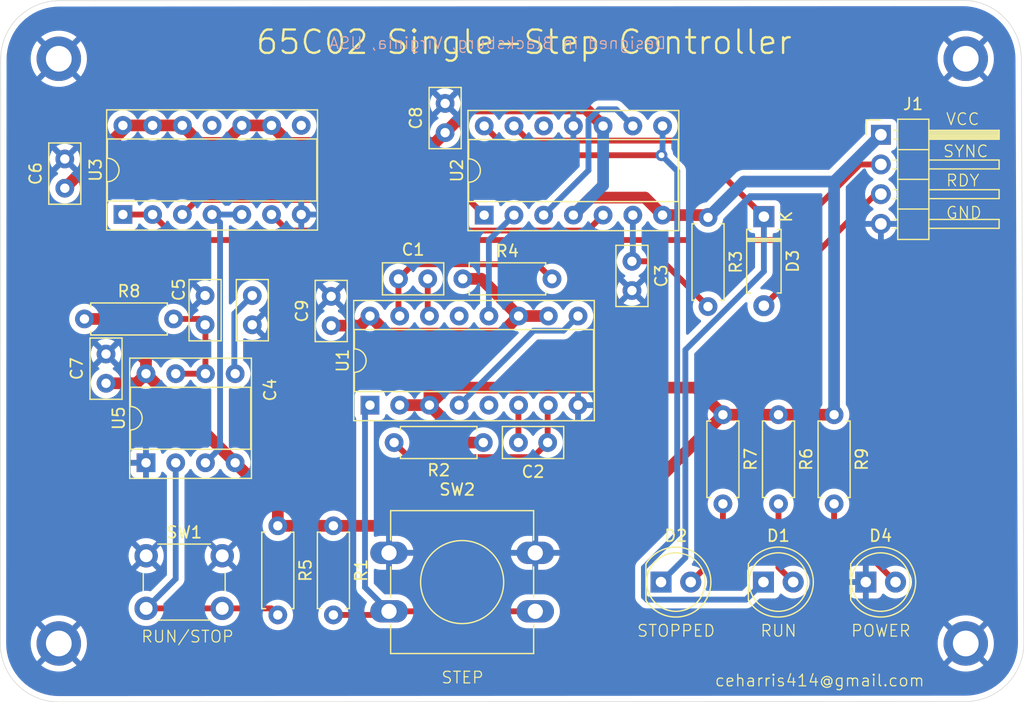
<source format=kicad_pcb>
(kicad_pcb (version 20240108) (generator "pcbnew") (generator_version "8.0")
  (layers (0 "F.Cu" signal) (31 "B.Cu" signal) (34 "B.Paste" user) (35 "F.Paste" user) (36 "B.SilkS" user "B.Silkscreen") (37 "F.SilkS" user "F.Silkscreen") (38 "B.Mask" user) (39 "F.Mask" user) (44 "Edge.Cuts" user))
  (net 0 "")
  (net 1 "Net-(U1A-RCext)")
  (net 2 "Net-(U1A-Cext)")
  (net 3 "Net-(U1B-RCext)")
  (net 4 "Net-(U1B-Cext)")
  (net 5 "Net-(U2A-~{R})")
  (net 6 "GND")
  (net 7 "Net-(U5-CV)")
  (net 8 "Net-(U5-DIS)")
  (net 9 "VCC")
  (net 10 "Net-(D1-K)")
  (net 11 "Net-(D1-A)")
  (net 12 "Net-(D2-K)")
  (net 13 "Net-(D2-A)")
  (net 14 "RDY")
  (net 15 "Net-(D4-A)")
  (net 16 "Net-(U1A-A)")
  (net 17 "Net-(U5-TR)")
  (net 18 "Net-(U1A-~{Q})")
  (net 21 "Net-(U1B-~{Q})")
  (net 22 "Net-(U2A-C)")
  (net 24 "Net-(U2A-Q)")
  (net 25 "Net-(U2B-C)")
  (net 27 "SYNC")
  (net 28 "Net-(U5-Q)")
  (footprint "Capacitor_THT:C_Disc_D5.0mm_W2.5mm_P2.50mm" (layer "F.Cu") (at 113.0125 101.32 90)
    (property "Reference" "C8" (at 1.25 -2.5 90) (layer "F.SilkS"))
    (property "Value" "100 nF" (hide yes))
    (pad "1" thru_hole circle (at 0 0 90) (size 1.6 1.6) (drill 0.8) (layers "*.Cu" "*.Mask") (net 9 "VCC"))
    (pad "2" thru_hole circle (at 2.5 0 90) (size 1.6 1.6) (drill 0.8) (layers "*.Cu" "*.Mask") (net 6 "GND"))
  )
  (footprint "Connector_PinHeader_2.54mm:PinHeader_1x04_P2.54mm_Horizontal" (layer "F.Cu") (at 150.25 101.5)
    (property "Reference" "J1" (at 2.75 -2.63 0) (layer "F.SilkS"))
    (property "Value" "Conn_01x04_Pin" (hide yes))
    (pad "1" thru_hole rect (at 0 0) (size 1.7 1.7) (drill 1) (layers "*.Cu" "*.Mask") (net 9 "VCC"))
    (pad "2" thru_hole oval (at 0 2.54) (size 1.7 1.7) (drill 1) (layers "*.Cu" "*.Mask") (net 27 "SYNC"))
    (pad "3" thru_hole oval (at 0 5.08) (size 1.7 1.7) (drill 1) (layers "*.Cu" "*.Mask") (net 14 "RDY"))
    (pad "4" thru_hole oval (at 0 7.62) (size 1.7 1.7) (drill 1) (layers "*.Cu" "*.Mask") (net 6 "GND"))
  )
  (footprint "LED_THT:LED_D5.0mm" (layer "F.Cu") (at 148.96 139.75)
    (property "Reference" "D4" (at 1.27 -3.96 0) (layer "F.SilkS"))
    (property "Value" "BLUE" (hide yes))
    (pad "1" thru_hole rect (at 0 0) (size 1.8 1.8) (drill 0.9) (layers "*.Cu" "*.Mask") (net 6 "GND"))
    (pad "2" thru_hole circle (at 2.54 0) (size 1.8 1.8) (drill 0.9) (layers "*.Cu" "*.Mask") (net 15 "Net-(D4-A)"))
  )
  (footprint "Package_DIP:DIP-8_W7.62mm_Socket" (layer "F.Cu") (at 87.45 129.55 90)
    (property "Reference" "U5" (at 3.81 -2.33 90) (layer "F.SilkS"))
    (property "Value" "NE555P")
    (pad "1" thru_hole rect (at 0 0 90) (size 1.6 1.6) (drill 0.8) (layers "*.Cu" "*.Mask") (net 6 "GND"))
    (pad "2" thru_hole oval (at 0 2.54 90) (size 1.6 1.6) (drill 0.8) (layers "*.Cu" "*.Mask") (net 17 "Net-(U5-TR)"))
    (pad "3" thru_hole oval (at 0 5.08 90) (size 1.6 1.6) (drill 0.8) (layers "*.Cu" "*.Mask") (net 28 "Net-(U5-Q)"))
    (pad "4" thru_hole oval (at 0 7.62 90) (size 1.6 1.6) (drill 0.8) (layers "*.Cu" "*.Mask") (net 9 "VCC"))
    (pad "5" thru_hole oval (at 7.62 7.62 90) (size 1.6 1.6) (drill 0.8) (layers "*.Cu" "*.Mask") (net 7 "Net-(U5-CV)"))
    (pad "6" thru_hole oval (at 7.62 5.08 90) (size 1.6 1.6) (drill 0.8) (layers "*.Cu" "*.Mask") (net 8 "Net-(U5-DIS)"))
    (pad "7" thru_hole oval (at 7.62 2.54 90) (size 1.6 1.6) (drill 0.8) (layers "*.Cu" "*.Mask") (net 8 "Net-(U5-DIS)"))
    (pad "8" thru_hole oval (at 7.62 0 90) (size 1.6 1.6) (drill 0.8) (layers "*.Cu" "*.Mask") (net 9 "VCC"))
  )
  (footprint "Diode_THT:D_A-405_P7.62mm_Horizontal" (layer "F.Cu") (at 140.25 108.5 -90)
    (property "Reference" "D3" (at 3.81 -2.47 90) (layer "F.SilkS"))
    (property "Value" "1N914" (hide yes))
    (fp_text user "K" (at 0 -1.9 90) (layer "F.SilkS"))
    (pad "1" thru_hole rect (at 0 0 270) (size 1.8 1.8) (drill 0.9) (layers "*.Cu" "*.Mask") (net 12 "Net-(D2-K)"))
    (pad "2" thru_hole oval (at 7.62 0 270) (size 1.8 1.8) (drill 0.9) (layers "*.Cu" "*.Mask") (net 14 "RDY"))
  )
  (footprint "LED_THT:LED_D5.0mm" (layer "F.Cu") (at 140.215 139.75)
    (property "Reference" "D1" (at 1.27 -3.96 0) (layer "F.SilkS"))
    (property "Value" "GREEN" (hide yes))
    (pad "1" thru_hole rect (at 0 0) (size 1.8 1.8) (drill 0.9) (layers "*.Cu" "*.Mask") (net 10 "Net-(D1-K)"))
    (pad "2" thru_hole circle (at 2.54 0) (size 1.8 1.8) (drill 0.9) (layers "*.Cu" "*.Mask") (net 11 "Net-(D1-A)"))
  )
  (footprint "MountingHole:MountingHole_2.2mm_M2_DIN965_Pad" (layer "F.Cu") (at 157.5 95 180)
    (property "Reference" "H2" (hide yes))
    (property "Value" "MountingHole_Pad" (hide yes))
    (pad "1" thru_hole circle (at 0 0 180) (size 3.8 3.8) (drill 2.2) (layers "*.Cu" "*.Mask") (net 6 "GND"))
  )
  (footprint "Capacitor_THT:C_Disc_D5.0mm_W2.5mm_P2.50mm" (layer "F.Cu") (at 92.5 117.75 90)
    (property "Reference" "C5" (at 3 -2.25 90) (layer "F.SilkS"))
    (property "Value" "2.2 µF" (hide yes))
    (pad "1" thru_hole circle (at 0 0 90) (size 1.6 1.6) (drill 0.8) (layers "*.Cu" "*.Mask") (net 8 "Net-(U5-DIS)"))
    (pad "2" thru_hole circle (at 2.5 0 90) (size 1.6 1.6) (drill 0.8) (layers "*.Cu" "*.Mask") (net 6 "GND"))
  )
  (footprint "Resistor_THT:R_Axial_DIN0207_L6.3mm_D2.5mm_P7.62mm_Horizontal" (layer "F.Cu") (at 146.25 125.44 -90)
    (property "Reference" "R9" (at 3.81 -2.37 90) (layer "F.SilkS"))
    (property "Value" "1K" (hide yes))
    (pad "1" thru_hole circle (at 0 0 270) (size 1.6 1.6) (drill 0.8) (layers "*.Cu" "*.Mask") (net 9 "VCC"))
    (pad "2" thru_hole oval (at 7.62 0 270) (size 1.6 1.6) (drill 0.8) (layers "*.Cu" "*.Mask") (net 15 "Net-(D4-A)"))
  )
  (footprint "Package_DIP:DIP-14_W7.62mm_Socket" (layer "F.Cu") (at 116.3525 108.37 90)
    (property "Reference" "U2" (at 3.81 -2.33 90) (layer "F.SilkS"))
    (property "Value" "74HC73")
    (pad "1" thru_hole rect (at 0 0 90) (size 1.6 1.6) (drill 0.8) (layers "*.Cu" "*.Mask") (net 25 "Net-(U2B-C)"))
    (pad "2" thru_hole oval (at 0 2.54 90) (size 1.6 1.6) (drill 0.8) (layers "*.Cu" "*.Mask") (net 21 "Net-(U1B-~{Q})"))
    (pad "3" thru_hole oval (at 0 5.08 90) (size 1.6 1.6) (drill 0.8) (layers "*.Cu" "*.Mask") (net 24 "Net-(U2A-Q)"))
    (pad "4" thru_hole oval (at 0 7.62 90) (size 1.6 1.6) (drill 0.8) (layers "*.Cu" "*.Mask") (net 9 "VCC"))
    (pad "5" thru_hole oval (at 0 10.16 90) (size 1.6 1.6) (drill 0.8) (layers "*.Cu" "*.Mask") (net 22 "Net-(U2A-C)"))
    (pad "6" thru_hole oval (at 0 12.7 90) (size 1.6 1.6) (drill 0.8) (layers "*.Cu" "*.Mask") (net 5 "Net-(U2A-~{R})"))
    (pad "7" thru_hole oval (at 0 15.24 90) (size 1.6 1.6) (drill 0.8) (layers "*.Cu" "*.Mask") (net 9 "VCC"))
    (pad "8" thru_hole oval (at 7.62 15.24 90) (size 1.6 1.6) (drill 0.8) (layers "*.Cu" "*.Mask") (net 10 "Net-(D1-K)"))
    (pad "9" thru_hole oval (at 7.62 12.7 90) (size 1.6 1.6) (drill 0.8) (layers "*.Cu" "*.Mask") (net 24 "Net-(U2A-Q)"))
    (pad "10" thru_hole oval (at 7.62 10.16 90) (size 1.6 1.6) (drill 0.8) (layers "*.Cu" "*.Mask") (net 9 "VCC"))
    (pad "11" thru_hole oval (at 7.62 7.62 90) (size 1.6 1.6) (drill 0.8) (layers "*.Cu" "*.Mask") (net 6 "GND"))
    (pad "12" thru_hole oval (at 7.62 5.08 90) (size 1.6 1.6) (drill 0.8) (layers "*.Cu" "*.Mask"))
    (pad "13" thru_hole oval (at 7.62 2.54 90) (size 1.6 1.6) (drill 0.8) (layers "*.Cu" "*.Mask") (net 12 "Net-(D2-K)"))
    (pad "14" thru_hole oval (at 7.62 0 90) (size 1.6 1.6) (drill 0.8) (layers "*.Cu" "*.Mask") (net 10 "Net-(D1-K)"))
  )
  (footprint "MountingHole:MountingHole_2.2mm_M2_DIN965_Pad" (layer "F.Cu") (at 80 95 180)
    (property "Reference" "H1" (hide yes))
    (property "Value" "MountingHole_Pad" (hide yes))
    (pad "1" thru_hole circle (at 0 0 180) (size 3.8 3.8) (drill 2.2) (layers "*.Cu" "*.Mask") (net 6 "GND"))
  )
  (footprint "Resistor_THT:R_Axial_DIN0207_L6.3mm_D2.5mm_P7.62mm_Horizontal" (layer "F.Cu") (at 82.19 117.25)
    (property "Reference" "R8" (at 3.81 -2.37 0) (layer "F.SilkS"))
    (property "Value" "100K" (hide yes))
    (pad "1" thru_hole circle (at 0 0) (size 1.6 1.6) (drill 0.8) (layers "*.Cu" "*.Mask") (net 9 "VCC"))
    (pad "2" thru_hole oval (at 7.62 0) (size 1.6 1.6) (drill 0.8) (layers "*.Cu" "*.Mask") (net 8 "Net-(U5-DIS)"))
  )
  (footprint "Capacitor_THT:C_Disc_D5.0mm_W2.5mm_P2.50mm" (layer "F.Cu") (at 96.535 115.25 -90)
    (property "Reference" "C4" (at 8.07 -1.525 90) (layer "F.SilkS"))
    (property "Value" "10 nF" (hide yes))
    (pad "1" thru_hole circle (at 0 0 270) (size 1.6 1.6) (drill 0.8) (layers "*.Cu" "*.Mask") (net 7 "Net-(U5-CV)"))
    (pad "2" thru_hole circle (at 2.5 0 270) (size 1.6 1.6) (drill 0.8) (layers "*.Cu" "*.Mask") (net 6 "GND"))
  )
  (footprint "MountingHole:MountingHole_2.2mm_M2_DIN965_Pad" (layer "F.Cu") (at 80 145)
    (property "Reference" "H3" (hide yes))
    (property "Value" "MountingHole_Pad" (hide yes))
    (pad "1" thru_hole circle (at 0 0) (size 3.8 3.8) (drill 2.2) (layers "*.Cu" "*.Mask") (net 6 "GND"))
  )
  (footprint "Resistor_THT:R_Axial_DIN0207_L6.3mm_D2.5mm_P7.62mm_Horizontal" (layer "F.Cu") (at 98.715 134.94 -90)
    (property "Reference" "R5" (at 3.81 -2.37 90) (layer "F.SilkS"))
    (property "Value" "10K" (hide yes))
    (pad "1" thru_hole circle (at 0 0 270) (size 1.6 1.6) (drill 0.8) (layers "*.Cu" "*.Mask") (net 9 "VCC"))
    (pad "2" thru_hole oval (at 7.62 0 270) (size 1.6 1.6) (drill 0.8) (layers "*.Cu" "*.Mask") (net 17 "Net-(U5-TR)"))
  )
  (footprint "Button_Switch_THT:SW_PUSH-12mm" (layer "F.Cu") (at 108.215 137.25)
    (property "Reference" "SW2" (at 5.83 -5.41 0) (layer "F.SilkS"))
    (property "Value" "SW_Push" (hide yes))
    (pad "1" thru_hole oval (at 0 0) (size 3.2 1.9) (drill 1.3) (layers "*.Cu" "*.Mask") (net 6 "GND"))
    (pad "1" thru_hole oval (at 12.5 0) (size 3.2 1.9) (drill 1.3) (layers "*.Cu" "*.Mask") (net 6 "GND"))
    (pad "2" thru_hole oval (at 0 5) (size 3.2 1.9) (drill 1.3) (layers "*.Cu" "*.Mask") (net 16 "Net-(U1A-A)"))
    (pad "2" thru_hole oval (at 12.5 5) (size 3.2 1.9) (drill 1.3) (layers "*.Cu" "*.Mask") (net 16 "Net-(U1A-A)"))
  )
  (footprint "Package_DIP:DIP-14_W7.62mm_Socket" (layer "F.Cu") (at 85.4775 108.32 90)
    (property "Reference" "U3" (at 3.81 -2.33 90) (layer "F.SilkS"))
    (property "Value" "74HC00")
    (pad "1" thru_hole rect (at 0 0 90) (size 1.6 1.6) (drill 0.8) (layers "*.Cu" "*.Mask") (net 27 "SYNC"))
    (pad "2" thru_hole oval (at 0 2.54 90) (size 1.6 1.6) (drill 0.8) (layers "*.Cu" "*.Mask") (net 27 "SYNC"))
    (pad "3" thru_hole oval (at 0 5.08 90) (size 1.6 1.6) (drill 0.8) (layers "*.Cu" "*.Mask") (net 25 "Net-(U2B-C)"))
    (pad "4" thru_hole oval (at 0 7.62 90) (size 1.6 1.6) (drill 0.8) (layers "*.Cu" "*.Mask") (net 28 "Net-(U5-Q)"))
    (pad "5" thru_hole oval (at 0 10.16 90) (size 1.6 1.6) (drill 0.8) (layers "*.Cu" "*.Mask") (net 28 "Net-(U5-Q)"))
    (pad "6" thru_hole oval (at 0 12.7 90) (size 1.6 1.6) (drill 0.8) (layers "*.Cu" "*.Mask") (net 22 "Net-(U2A-C)"))
    (pad "7" thru_hole oval (at 0 15.24 90) (size 1.6 1.6) (drill 0.8) (layers "*.Cu" "*.Mask") (net 6 "GND"))
    (pad "8" thru_hole oval (at 7.62 15.24 90) (size 1.6 1.6) (drill 0.8) (layers "*.Cu" "*.Mask"))
    (pad "9" thru_hole oval (at 7.62 12.7 90) (size 1.6 1.6) (drill 0.8) (layers "*.Cu" "*.Mask") (net 9 "VCC"))
    (pad "10" thru_hole oval (at 7.62 10.16 90) (size 1.6 1.6) (drill 0.8) (layers "*.Cu" "*.Mask") (net 9 "VCC"))
    (pad "11" thru_hole oval (at 7.62 7.62 90) (size 1.6 1.6) (drill 0.8) (layers "*.Cu" "*.Mask"))
    (pad "12" thru_hole oval (at 7.62 5.08 90) (size 1.6 1.6) (drill 0.8) (layers "*.Cu" "*.Mask") (net 9 "VCC"))
    (pad "13" thru_hole oval (at 7.62 2.54 90) (size 1.6 1.6) (drill 0.8) (layers "*.Cu" "*.Mask") (net 9 "VCC"))
    (pad "14" thru_hole oval (at 7.62 0 90) (size 1.6 1.6) (drill 0.8) (layers "*.Cu" "*.Mask") (net 9 "VCC"))
  )
  (footprint "Resistor_THT:R_Axial_DIN0207_L6.3mm_D2.5mm_P7.62mm_Horizontal" (layer "F.Cu") (at 103.465 134.94 -90)
    (property "Reference" "R1" (at 3.81 -2.37 90) (layer "F.SilkS"))
    (property "Value" "10K" (hide yes))
    (pad "1" thru_hole circle (at 0 0 270) (size 1.6 1.6) (drill 0.8) (layers "*.Cu" "*.Mask") (net 9 "VCC"))
    (pad "2" thru_hole oval (at 7.62 0 270) (size 1.6 1.6) (drill 0.8) (layers "*.Cu" "*.Mask") (net 16 "Net-(U1A-A)"))
  )
  (footprint "Capacitor_THT:C_Disc_D5.0mm_W2.5mm_P2.50mm" (layer "F.Cu") (at 109.025 113.82)
    (property "Reference" "C1" (at 1.25 -2.5 0) (layer "F.SilkS"))
    (property "Value" "4.7 µF" (hide yes))
    (pad "1" thru_hole circle (at 0 0) (size 1.6 1.6) (drill 0.8) (layers "*.Cu" "*.Mask") (net 1 "Net-(U1A-RCext)"))
    (pad "2" thru_hole circle (at 2.5 0) (size 1.6 1.6) (drill 0.8) (layers "*.Cu" "*.Mask") (net 2 "Net-(U1A-Cext)"))
  )
  (footprint "Resistor_THT:R_Axial_DIN0207_L6.3mm_D2.5mm_P7.62mm_Horizontal" (layer "F.Cu") (at 114.525 113.82)
    (property "Reference" "R4" (at 3.81 -2.37 0) (layer "F.SilkS"))
    (property "Value" "100K" (hide yes))
    (pad "1" thru_hole circle (at 0 0) (size 1.6 1.6) (drill 0.8) (layers "*.Cu" "*.Mask") (net 9 "VCC"))
    (pad "2" thru_hole oval (at 7.62 0) (size 1.6 1.6) (drill 0.8) (layers "*.Cu" "*.Mask") (net 1 "Net-(U1A-RCext)"))
  )
  (footprint "Capacitor_THT:C_Disc_D5.0mm_W2.5mm_P2.50mm" (layer "F.Cu") (at 103.275 117.82 90)
    (property "Reference" "C9" (at 1.25 -2.5 90) (layer "F.SilkS"))
    (property "Value" "100 nF" (hide yes))
    (pad "1" thru_hole circle (at 0 0 90) (size 1.6 1.6) (drill 0.8) (layers "*.Cu" "*.Mask") (net 9 "VCC"))
    (pad "2" thru_hole circle (at 2.5 0 90) (size 1.6 1.6) (drill 0.8) (layers "*.Cu" "*.Mask") (net 6 "GND"))
  )
  (footprint "LED_THT:LED_D5.0mm" (layer "F.Cu") (at 131.46 139.75)
    (property "Reference" "D2" (at 1.27 -3.96 0) (layer "F.SilkS"))
    (property "Value" "RED" (hide yes))
    (pad "1" thru_hole rect (at 0 0) (size 1.8 1.8) (drill 0.9) (layers "*.Cu" "*.Mask") (net 12 "Net-(D2-K)"))
    (pad "2" thru_hole circle (at 2.54 0) (size 1.8 1.8) (drill 0.9) (layers "*.Cu" "*.Mask") (net 13 "Net-(D2-A)"))
  )
  (footprint "Button_Switch_THT:SW_PUSH_6mm" (layer "F.Cu") (at 87.465 137.5)
    (property "Reference" "SW1" (at 3.25 -2 0) (layer "F.SilkS"))
    (property "Value" "SW_Push" (hide yes))
    (pad "1" thru_hole circle (at 0 0 90) (size 2 2) (drill 1.1) (layers "*.Cu" "*.Mask") (net 6 "GND"))
    (pad "1" thru_hole circle (at 6.5 0 90) (size 2 2) (drill 1.1) (layers "*.Cu" "*.Mask") (net 6 "GND"))
    (pad "2" thru_hole circle (at 0 4.5 90) (size 2 2) (drill 1.1) (layers "*.Cu" "*.Mask") (net 17 "Net-(U5-TR)"))
    (pad "2" thru_hole circle (at 6.5 4.5 90) (size 2 2) (drill 1.1) (layers "*.Cu" "*.Mask") (net 17 "Net-(U5-TR)"))
  )
  (footprint "Capacitor_THT:C_Disc_D5.0mm_W2.5mm_P2.50mm" (layer "F.Cu") (at 128.9775 112.32 -90)
    (property "Reference" "C3" (at 1.25 -2.5 90) (layer "F.SilkS"))
    (property "Value" "100 nF" (hide yes))
    (pad "1" thru_hole circle (at 0 0 270) (size 1.6 1.6) (drill 0.8) (layers "*.Cu" "*.Mask") (net 5 "Net-(U2A-~{R})"))
    (pad "2" thru_hole circle (at 2.5 0 270) (size 1.6 1.6) (drill 0.8) (layers "*.Cu" "*.Mask") (net 6 "GND"))
  )
  (footprint "Package_DIP:DIP-16_W7.62mm_Socket" (layer "F.Cu") (at 106.59 124.62 90)
    (property "Reference" "U1" (at 3.81 -2.33 90) (layer "F.SilkS"))
    (property "Value" "74HC123")
    (pad "1" thru_hole rect (at 0 0 90) (size 1.6 1.6) (drill 0.8) (layers "*.Cu" "*.Mask") (net 16 "Net-(U1A-A)"))
    (pad "2" thru_hole oval (at 0 2.54 90) (size 1.6 1.6) (drill 0.8) (layers "*.Cu" "*.Mask") (net 9 "VCC"))
    (pad "3" thru_hole oval (at 0 5.08 90) (size 1.6 1.6) (drill 0.8) (layers "*.Cu" "*.Mask") (net 9 "VCC"))
    (pad "4" thru_hole oval (at 0 7.62 90) (size 1.6 1.6) (drill 0.8) (layers "*.Cu" "*.Mask") (net 18 "Net-(U1A-~{Q})"))
    (pad "5" thru_hole oval (at 0 10.16 90) (size 1.6 1.6) (drill 0.8) (layers "*.Cu" "*.Mask"))
    (pad "6" thru_hole oval (at 0 12.7 90) (size 1.6 1.6) (drill 0.8) (layers "*.Cu" "*.Mask") (net 4 "Net-(U1B-Cext)"))
    (pad "7" thru_hole oval (at 0 15.24 90) (size 1.6 1.6) (drill 0.8) (layers "*.Cu" "*.Mask") (net 3 "Net-(U1B-RCext)"))
    (pad "8" thru_hole oval (at 0 17.78 90) (size 1.6 1.6) (drill 0.8) (layers "*.Cu" "*.Mask") (net 6 "GND"))
    (pad "9" thru_hole oval (at 7.62 17.78 90) (size 1.6 1.6) (drill 0.8) (layers "*.Cu" "*.Mask") (net 18 "Net-(U1A-~{Q})"))
    (pad "10" thru_hole oval (at 7.62 15.24 90) (size 1.6 1.6) (drill 0.8) (layers "*.Cu" "*.Mask") (net 9 "VCC"))
    (pad "11" thru_hole oval (at 7.62 12.7 90) (size 1.6 1.6) (drill 0.8) (layers "*.Cu" "*.Mask") (net 9 "VCC"))
    (pad "12" thru_hole oval (at 7.62 10.16 90) (size 1.6 1.6) (drill 0.8) (layers "*.Cu" "*.Mask") (net 21 "Net-(U1B-~{Q})"))
    (pad "13" thru_hole oval (at 7.62 7.62 90) (size 1.6 1.6) (drill 0.8) (layers "*.Cu" "*.Mask"))
    (pad "14" thru_hole oval (at 7.62 5.08 90) (size 1.6 1.6) (drill 0.8) (layers "*.Cu" "*.Mask") (net 2 "Net-(U1A-Cext)"))
    (pad "15" thru_hole oval (at 7.62 2.54 90) (size 1.6 1.6) (drill 0.8) (layers "*.Cu" "*.Mask") (net 1 "Net-(U1A-RCext)"))
    (pad "16" thru_hole oval (at 7.62 0 90) (size 1.6 1.6) (drill 0.8) (layers "*.Cu" "*.Mask") (net 9 "VCC"))
  )
  (footprint "Capacitor_THT:C_Disc_D5.0mm_W2.5mm_P2.50mm" (layer "F.Cu") (at 84.035 122.75 90)
    (property "Reference" "C7" (at 1.25 -2.5 90) (layer "F.SilkS"))
    (property "Value" "100 nF" (hide yes))
    (pad "1" thru_hole circle (at 0 0 90) (size 1.6 1.6) (drill 0.8) (layers "*.Cu" "*.Mask") (net 9 "VCC"))
    (pad "2" thru_hole circle (at 2.5 0 90) (size 1.6 1.6) (drill 0.8) (layers "*.Cu" "*.Mask") (net 6 "GND"))
  )
  (footprint "Resistor_THT:R_Axial_DIN0207_L6.3mm_D2.5mm_P7.62mm_Horizontal" (layer "F.Cu") (at 141.5 125.44 -90)
    (property "Reference" "R6" (at 3.81 -2.37 90) (layer "F.SilkS"))
    (property "Value" "1.5K" (hide yes))
    (pad "1" thru_hole circle (at 0 0 270) (size 1.6 1.6) (drill 0.8) (layers "*.Cu" "*.Mask") (net 9 "VCC"))
    (pad "2" thru_hole oval (at 7.62 0 270) (size 1.6 1.6) (drill 0.8) (layers "*.Cu" "*.Mask") (net 11 "Net-(D1-A)"))
  )
  (footprint "Capacitor_THT:C_Disc_D5.0mm_W2.5mm_P2.50mm" (layer "F.Cu") (at 80.5125 106.07 90)
    (property "Reference" "C6" (at 1.25 -2.5 90) (layer "F.SilkS"))
    (property "Value" "100 nF" (hide yes))
    (pad "1" thru_hole circle (at 0 0 90) (size 1.6 1.6) (drill 0.8) (layers "*.Cu" "*.Mask") (net 9 "VCC"))
    (pad "2" thru_hole circle (at 2.5 0 90) (size 1.6 1.6) (drill 0.8) (layers "*.Cu" "*.Mask") (net 6 "GND"))
  )
  (footprint "Resistor_THT:R_Axial_DIN0207_L6.3mm_D2.5mm_P7.62mm_Horizontal" (layer "F.Cu") (at 116.275 127.82 180)
    (property "Reference" "R2" (at 3.81 -2.37 0) (layer "F.SilkS"))
    (property "Value" "1K" (hide yes))
    (pad "1" thru_hole circle (at 0 0 180) (size 1.6 1.6) (drill 0.8) (layers "*.Cu" "*.Mask") (net 9 "VCC"))
    (pad "2" thru_hole oval (at 7.62 0 180) (size 1.6 1.6) (drill 0.8) (layers "*.Cu" "*.Mask") (net 3 "Net-(U1B-RCext)"))
  )
  (footprint "MountingHole:MountingHole_2.2mm_M2_DIN965_Pad" (layer "F.Cu") (at 157.5 145)
    (property "Reference" "H4" (hide yes))
    (property "Value" "MountingHole_Pad" (hide yes))
    (pad "1" thru_hole circle (at 0 0) (size 3.8 3.8) (drill 2.2) (layers "*.Cu" "*.Mask") (net 6 "GND"))
  )
  (footprint "Resistor_THT:R_Axial_DIN0207_L6.3mm_D2.5mm_P7.62mm_Horizontal" (layer "F.Cu") (at 136.75 125.44 -90)
    (property "Reference" "R7" (at 3.81 -2.37 90) (layer "F.SilkS"))
    (property "Value" "1K" (hide yes))
    (pad "1" thru_hole circle (at 0 0 270) (size 1.6 1.6) (drill 0.8) (layers "*.Cu" "*.Mask") (net 9 "VCC"))
    (pad "2" thru_hole oval (at 7.62 0 270) (size 1.6 1.6) (drill 0.8) (layers "*.Cu" "*.Mask") (net 13 "Net-(D2-A)"))
  )
  (footprint "Capacitor_THT:C_Disc_D5.0mm_W2.5mm_P2.50mm" (layer "F.Cu") (at 121.775 127.82 180)
    (property "Reference" "C2" (at 1.25 -2.5 0) (layer "F.SilkS"))
    (property "Value" "47 pF" (hide yes))
    (pad "1" thru_hole circle (at 0 0 180) (size 1.6 1.6) (drill 0.8) (layers "*.Cu" "*.Mask") (net 3 "Net-(U1B-RCext)"))
    (pad "2" thru_hole circle (at 2.5 0 180) (size 1.6 1.6) (drill 0.8) (layers "*.Cu" "*.Mask") (net 4 "Net-(U1B-Cext)"))
  )
  (footprint "Resistor_THT:R_Axial_DIN0207_L6.3mm_D2.5mm_P7.62mm_Horizontal" (layer "F.Cu") (at 135.4775 108.57 -90)
    (property "Reference" "R3" (at 3.81 -2.37 90) (layer "F.SilkS"))
    (property "Value" "1K")
    (pad "1" thru_hole circle (at 0 0 270) (size 1.6 1.6) (drill 0.8) (layers "*.Cu" "*.Mask") (net 9 "VCC"))
    (pad "2" thru_hole oval (at 7.62 0 270) (size 1.6 1.6) (drill 0.8) (layers "*.Cu" "*.Mask") (net 5 "Net-(U2A-~{R})"))
  )
  (gr_line (start 80.035534 90.035534) (end 157.25 90) (stroke (width 0.05)) (layer "Edge.Cuts"))
  (gr_arc (start 162.464456 144.964466) (mid 161 148.50001) (end 157.464456 149.964466) (stroke (width 0.05)) (layer "Edge.Cuts"))
  (gr_line (start 162.25 95) (end 162.464456 144.964466) (stroke (width 0.05)) (layer "Edge.Cuts"))
  (gr_arc (start 75.035534 95.035534) (mid 76.5 91.5) (end 80.035534 90.035534) (stroke (width 0.05)) (layer "Edge.Cuts"))
  (gr_arc (start 80 150) (mid 76.464466 148.535534) (end 75 145) (stroke (width 0.05)) (layer "Edge.Cuts"))
  (gr_arc (start 157.25 90) (mid 160.785556 91.464454) (end 162.25 95) (stroke (width 0.05)) (layer "Edge.Cuts"))
  (gr_line (start 75 145) (end 75.035534 95.035534) (stroke (width 0.05)) (layer "Edge.Cuts"))
  (gr_line (start 157.464456 149.964466) (end 80 150) (stroke (width 0.05)) (layer "Edge.Cuts"))
  (gr_text "Designed in Blacksburg, Virginia, USA" (at 117.5 94.25 0) (layer "B.SilkS") (effects (font (size 1 1) (thickness 0.1)) (justify bottom mirror)))
  (gr_text "POWER\n" (at 150.25 144.5 0) (layer "F.SilkS") (effects (font (size 1 1) (thickness 0.1)) (justify bottom)))
  (gr_text "RDY" (at 155.75 106 0) (layer "F.SilkS") (effects (font (size 1 1) (thickness 0.1)) (justify left bottom)))
  (gr_text "STEP" (at 114.5 148.5 0) (layer "F.SilkS") (effects (font (size 1 1) (thickness 0.1)) (justify bottom)))
  (gr_text "STOPPED" (at 132.75 144.5 0) (layer "F.SilkS") (effects (font (size 1 1) (thickness 0.1)) (justify bottom)))
  (gr_text "65C02 Single-Step Controller" (at 119.75 94.75 0) (layer "F.SilkS") (effects (font (size 2 2) (thickness 0.2)) (justify bottom)))
  (gr_text "SYNC" (at 155.5 103.5 0) (layer "F.SilkS") (effects (font (size 1 1) (thickness 0.1)) (justify left bottom)))
  (gr_text "RUN" (at 141.5 144.5 0) (layer "F.SilkS") (effects (font (size 1 1) (thickness 0.1)) (justify bottom)))
  (gr_text "GND" (at 155.75 108.75 0) (layer "F.SilkS") (effects (font (size 1 1) (thickness 0.1)) (justify left bottom)))
  (gr_text "VCC" (at 155.75 100.75 0) (layer "F.SilkS") (effects (font (size 1 1) (thickness 0.1)) (justify left bottom)))
  (gr_text "RUN/STOP" (at 91 145 0) (layer "F.SilkS") (effects (font (size 1 1) (thickness 0.1)) (justify bottom)))
  (gr_text "ceharris414@gmail.com\n" (at 136 148.75 0) (layer "F.SilkS") (effects (font (size 1 1) (thickness 0.1)) (justify left bottom)))
  (segment (start 122.145 113.82) (end 120.895 112.57) (width 0.5) (layer "F.Cu") (net 1))
  (segment (start 120.895 112.57) (end 110.275 112.57) (width 0.5) (layer "F.Cu") (net 1))
  (segment (start 109.025 116.895) (end 109.13 117) (width 0.5) (layer "F.Cu") (net 1))
  (segment (start 110.275 112.57) (end 109.025 113.82) (width 0.5) (layer "F.Cu") (net 1))
  (segment (start 109.025 113.82) (end 109.025 116.895) (width 0.5) (layer "F.Cu") (net 1))
  (segment (start 111.525 113.82) (end 111.525 116.855) (width 0.5) (layer "F.Cu") (net 2))
  (segment (start 111.525 116.855) (end 111.67 117) (width 0.5) (layer "F.Cu") (net 2))
  (segment (start 111.74 116.93) (end 111.67 117) (width 0.5) (layer "B.Cu") (net 2))
  (segment (start 121.83 128.015) (end 121.775 128.07) (width 0.5) (layer "F.Cu") (net 3))
  (segment (start 121.775 124.675) (end 121.83 124.62) (width 0.5) (layer "F.Cu") (net 3))
  (segment (start 121.775 127.82) (end 121.775 124.675) (width 0.5) (layer "F.Cu") (net 3))
  (segment (start 120.525 129.07) (end 121.775 127.82) (width 0.5) (layer "F.Cu") (net 3))
  (segment (start 109.905 129.07) (end 120.525 129.07) (width 0.5) (layer "F.Cu") (net 3))
  (segment (start 108.655 127.82) (end 109.905 129.07) (width 0.5) (layer "F.Cu") (net 3))
  (segment (start 119.275 127.82) (end 119.275 124.635) (width 0.5) (layer "F.Cu") (net 4))
  (segment (start 119.275 124.635) (end 119.29 124.62) (width 0.5) (layer "F.Cu") (net 4))
  (segment (start 119.29 128.055) (end 119.275 128.07) (width 0.5) (layer "F.Cu") (net 4))
  (segment (start 131.6075 112.32) (end 135.4775 116.19) (width 0.5) (layer "F.Cu") (net 5))
  (segment (start 128.9775 112.32) (end 131.6075 112.32) (width 0.5) (layer "F.Cu") (net 5))
  (segment (start 129.0525 108.37) (end 129.0525 112.245) (width 0.5) (layer "B.Cu") (net 5))
  (segment (start 129.0525 112.245) (end 128.9775 112.32) (width 0.5) (layer "B.Cu") (net 5))
  (segment (start 95 121.86) (end 95 116.785) (width 0.5) (layer "B.Cu") (net 7))
  (segment (start 95 116.785) (end 96.535 115.25) (width 0.5) (layer "B.Cu") (net 7))
  (segment (start 95.07 121.93) (end 95 121.86) (width 0.5) (layer "B.Cu") (net 7))
  (segment (start 89.99 121.93) (end 92.53 121.93) (width 0.5) (layer "F.Cu") (net 8))
  (segment (start 89.905 117.25) (end 92 117.25) (width 0.5) (layer "F.Cu") (net 8))
  (segment (start 92.53 117.78) (end 92.5 117.75) (width 0.5) (layer "F.Cu") (net 8))
  (segment (start 92.53 121.93) (end 92.53 117.78) (width 0.5) (layer "F.Cu") (net 8))
  (segment (start 92 117.25) (end 92.5 117.75) (width 0.5) (layer "F.Cu") (net 8))
  (segment (start 92.5 121.9) (end 92.53 121.93) (width 0.5) (layer "B.Cu") (net 8))
  (segment (start 130.0925 106.87) (end 125.4725 106.87) (width 1) (layer "F.Cu") (net 9))
  (segment (start 114.87 127.82) (end 116.275 127.82) (width 1) (layer "F.Cu") (net 9))
  (segment (start 95.6375 100.7) (end 98.1775 100.7) (width 1) (layer "F.Cu") (net 9))
  (segment (start 113.0125 101.32) (end 112.1325 102.2) (width 1) (layer "F.Cu") (net 9))
  (segment (start 95.07 129.55) (end 87.45 121.93) (width 1) (layer "F.Cu") (net 9))
  (segment (start 111.67 122.08) (end 108.09 118.5) (width 1) (layer "F.Cu") (net 9))
  (segment (start 85.4775 101.105) (end 85.4775 100.7) (width 1) (layer "F.Cu") (net 9))
  (segment (start 105.77 117.82) (end 106.59 117) (width 1) (layer "F.Cu") (net 9))
  (segment (start 131.5925 108.37) (end 135.2775 108.37) (width 1) (layer "F.Cu") (net 9))
  (segment (start 136.75 125.44) (end 146.25 125.44) (width 1) (layer "F.Cu") (net 9))
  (segment (start 85.3575 100.82) (end 85.4775 100.7) (width 1) (layer "F.Cu") (net 9))
  (segment (start 87.45 121.93) (end 87.45 120.79863) (width 1) (layer "F.Cu") (net 9))
  (segment (start 84.035 122.75) (end 86.63 122.75) (width 1) (layer "F.Cu") (net 9))
  (segment (start 111.67 124.62) (end 111.67 122.08) (width 1) (layer "F.Cu") (net 9))
  (segment (start 108.09 118.5) (end 117.79 118.5) (width 1) (layer "F.Cu") (net 9))
  (segment (start 103.275 117.82) (end 105.77 117.82) (width 1) (layer "F.Cu") (net 9))
  (segment (start 116.11 113.82) (end 114.525 113.82) (width 1) (layer "F.Cu") (net 9))
  (segment (start 112.1325 102.2) (end 99.6775 102.2) (width 1) (layer "F.Cu") (net 9))
  (segment (start 134.43 123.12) (end 113.17 123.12) (width 1) (layer "F.Cu") (net 9))
  (segment (start 99.6775 102.2) (end 98.1775 100.7) (width 1) (layer "F.Cu") (net 9))
  (segment (start 92.0575 102.2) (end 94.1375 102.2) (width 1) (layer "F.Cu") (net 9))
  (segment (start 90.5575 100.7) (end 92.0575 102.2) (width 1) (layer "F.Cu") (net 9))
  (segment (start 106.59 117) (end 108.09 118.5) (width 1) (layer "F.Cu") (net 9))
  (segment (start 115.0825 99.25) (end 113.0125 101.32) (width 1) (layer "F.Cu") (net 9))
  (segment (start 83.90137 117.25) (end 82.285 117.25) (width 1) (layer "F.Cu") (net 9))
  (segment (start 136.75 125.44) (end 134.43 123.12) (width 1) (layer "F.Cu") (net 9))
  (segment (start 136.75 125.44) (end 127.25 134.94) (width 1) (layer "F.Cu") (net 9))
  (segment (start 111.67 124.62) (end 114.87 127.82) (width 1) (layer "F.Cu") (net 9))
  (segment (start 117.79 118.5) (end 119.29 117) (width 1) (layer "F.Cu") (net 9))
  (segment (start 135.2775 108.37) (end 135.4775 108.57) (width 1) (layer "F.Cu") (net 9))
  (segment (start 87.45 120.79863) (end 83.90137 117.25) (width 1) (layer "F.Cu") (net 9))
  (segment (start 85.4775 100.7) (end 90.5575 100.7) (width 1) (layer "F.Cu") (net 9))
  (segment (start 131.5925 108.37) (end 130.0925 106.87) (width 1) (layer "F.Cu") (net 9))
  (segment (start 80.5125 106.07) (end 85.4775 101.105) (width 1) (layer "F.Cu") (net 9))
  (segment (start 119.29 117) (end 116.11 113.82) (width 1) (layer "F.Cu") (net 9))
  (segment (start 127.25 134.94) (end 103.465 134.94) (width 1) (layer "F.Cu") (net 9))
  (segment (start 125.0125 99.25) (end 115.0825 99.25) (width 1) (layer "F.Cu") (net 9))
  (segment (start 98.715 134.94) (end 103.465 134.94) (width 1) (layer "F.Cu") (net 9))
  (segment (start 119.29 117) (end 121.83 117) (width 1) (layer "F.Cu") (net 9))
  (segment (start 123.9775 108.375) (end 123.9725 108.37) (width 0.5) (layer "F.Cu") (net 9))
  (segment (start 113.17 123.12) (end 111.67 124.62) (width 1) (layer "F.Cu") (net 9))
  (segment (start 86.63 122.75) (end 87.45 121.93) (width 1) (layer "F.Cu") (net 9))
  (segment (start 98.715 134.94) (end 98.715 133.195) (width 1) (layer "F.Cu") (net 9))
  (segment (start 98.715 133.195) (end 95.07 129.55) (width 1) (layer "F.Cu") (net 9))
  (segment (start 111.67 124.62) (end 109.13 124.62) (width 1) (layer "F.Cu") (net 9))
  (segment (start 94.1375 102.2) (end 95.6375 100.7) (width 1) (layer "F.Cu") (net 9))
  (segment (start 125.4725 106.87) (end 123.9725 108.37) (width 1) (layer "F.Cu") (net 9))
  (segment (start 126.5125 100.75) (end 125.0125 99.25) (width 1) (layer "F.Cu") (net 9))
  (segment (start 146.25 105.5) (end 146.25 125.44) (width 1) (layer "B.Cu") (net 9))
  (segment (start 150.25 101.5) (end 146.25 105.5) (width 1) (layer "B.Cu") (net 9))
  (segment (start 126.5125 100.75) (end 126.5125 105.83) (width 1) (layer "B.Cu") (net 9))
  (segment (start 138.5475 105.5) (end 146.25 105.5) (width 1) (layer "B.Cu") (net 9))
  (segment (start 135.4775 108.57) (end 138.5475 105.5) (width 1) (layer "B.Cu") (net 9))
  (segment (start 106.49 116.9) (end 106.59 117) (width 1) (layer "B.Cu") (net 9))
  (segment (start 123.9775 108.375) (end 123.9725 108.37) (width 1) (layer "B.Cu") (net 9))
  (segment (start 126.5125 105.83) (end 123.9725 108.37) (width 1) (layer "B.Cu") (net 9))
  (segment (start 116.3525 100.75) (end 118.8525 103.25) (width 0.5) (layer "F.Cu") (net 10))
  (segment (start 118.8525 103.25) (end 131.5 103.25) (width 0.5) (layer "F.Cu") (net 10))
  (via (at 131.5 103.25) (size 1) (drill 0.5) (layers "F.Cu" "B.Cu") (net 10))
  (segment (start 131.5925 103.1575) (end 131.5 103.25) (width 0.5) (layer "B.Cu") (net 10))
  (segment (start 130.26 141.25) (end 138.715 141.25) (width 0.5) (layer "B.Cu") (net 10))
  (segment (start 132.8425 135.6675) (end 130 138.51) (width 0.5) (layer "B.Cu") (net 10))
  (segment (start 132.8425 104.5925) (end 132.8425 135.6675) (width 0.5) (layer "B.Cu") (net 10))
  (segment (start 131.5925 100.75) (end 131.5925 103.1575) (width 0.5) (layer "B.Cu") (net 10))
  (segment (start 130 140.99) (end 130.26 141.25) (width 0.5) (layer "B.Cu") (net 10))
  (segment (start 131.5 103.25) (end 132.8425 104.5925) (width 0.5) (layer "B.Cu") (net 10))
  (segment (start 138.715 141.25) (end 140.215 139.75) (width 0.5) (layer "B.Cu") (net 10))
  (segment (start 130 138.51) (end 130 140.99) (width 0.5) (layer "B.Cu") (net 10))
  (segment (start 141.5 138.495) (end 142.755 139.75) (width 0.5) (layer "F.Cu") (net 11))
  (segment (start 141.5 133.06) (end 141.5 138.495) (width 0.5) (layer "F.Cu") (net 11))
  (segment (start 142.465 139.46) (end 142.755 139.75) (width 0.5) (layer "B.Cu") (net 11))
  (segment (start 140.25 108.5) (end 133.75 102) (width 0.5) (layer "F.Cu") (net 12))
  (segment (start 133.75 102) (end 120.1425 102) (width 0.5) (layer "F.Cu") (net 12))
  (segment (start 120.1425 102) (end 118.8925 100.75) (width 0.5) (layer "F.Cu") (net 12))
  (segment (start 133.5425 119.892767) (end 133.5425 137.6675) (width 0.5) (layer "B.Cu") (net 12))
  (segment (start 140.25 108.5) (end 140.25 113.185267) (width 0.5) (layer "B.Cu") (net 12))
  (segment (start 133.5425 137.6675) (end 131.46 139.75) (width 0.5) (layer "B.Cu") (net 12))
  (segment (start 140.25 113.185267) (end 133.5425 119.892767) (width 0.5) (layer "B.Cu") (net 12))
  (segment (start 136.75 133.06) (end 136.75 137) (width 0.5) (layer "F.Cu") (net 13))
  (segment (start 136.75 137) (end 134 139.75) (width 0.5) (layer "F.Cu") (net 13))
  (segment (start 134.215 139.535) (end 134 139.75) (width 0.5) (layer "B.Cu") (net 13))
  (segment (start 134.215 139.79) (end 134.005 140) (width 0.5) (layer "B.Cu") (net 13))
  (segment (start 140.25 116.12) (end 149.79 106.58) (width 0.5) (layer "F.Cu") (net 14))
  (segment (start 149.79 106.58) (end 150.25 106.58) (width 0.5) (layer "F.Cu") (net 14))
  (segment (start 146.25 134.5) (end 151.5 139.75) (width 0.5) (layer "F.Cu") (net 15))
  (segment (start 146.25 133.06) (end 146.25 134.5) (width 0.5) (layer "F.Cu") (net 15))
  (segment (start 108.215 142.25) (end 120.715 142.25) (width 0.5) (layer "F.Cu") (net 16))
  (segment (start 103.465 142.56) (end 107.905 142.56) (width 0.5) (layer "F.Cu") (net 16))
  (segment (start 107.905 142.56) (end 108.215 142.25) (width 0.5) (layer "F.Cu") (net 16))
  (segment (start 108.215 142.25) (end 106.165 140.2) (width 0.5) (layer "B.Cu") (net 16))
  (segment (start 106.59 124.62) (end 106.165 125.045) (width 0.5) (layer "B.Cu") (net 16))
  (segment (start 106.165 125.045) (end 106.165 140.2) (width 0.5) (layer "B.Cu") (net 16))
  (segment (start 98.155 142) (end 98.715 142.56) (width 0.5) (layer "F.Cu") (net 17))
  (segment (start 93.965 142) (end 98.155 142) (width 0.5) (layer "F.Cu") (net 17))
  (segment (start 87.465 142) (end 93.965 142) (width 0.5) (layer "F.Cu") (net 17))
  (segment (start 89.99 139.475) (end 89.99 129.55) (width 0.5) (layer "B.Cu") (net 17))
  (segment (start 87.465 142) (end 89.99 139.475) (width 0.5) (layer "B.Cu") (net 17))
  (segment (start 123.12 118.25) (end 124.37 117) (width 0.5) (layer "B.Cu") (net 18))
  (segment (start 120.58 118.25) (end 123.12 118.25) (width 0.5) (layer "B.Cu") (net 18))
  (segment (start 114.21 124.62) (end 120.58 118.25) (width 0.5) (layer "B.Cu") (net 18))
  (segment (start 116.75 110.5125) (end 118.8925 108.37) (width 0.5) (layer "B.Cu") (net 21))
  (segment (start 116.75 110.5125) (end 116.75 117) (width 0.5) (layer "B.Cu") (net 21))
  (segment (start 98.1775 108.32) (end 99.5475 109.69) (width 0.5) (layer "F.Cu") (net 22))
  (segment (start 99.5475 109.69) (end 125.1925 109.69) (width 0.5) (layer "F.Cu") (net 22))
  (segment (start 125.1925 109.69) (end 126.5125 108.37) (width 0.5) (layer "F.Cu") (net 22))
  (segment (start 125.2625 104.54) (end 125.2625 100.232233) (width 0.5) (layer "B.Cu") (net 24))
  (segment (start 125.2625 100.232233) (end 126.174733 99.32) (width 0.5) (layer "B.Cu") (net 24))
  (segment (start 127.6225 99.32) (end 129.0525 100.75) (width 0.5) (layer "B.Cu") (net 24))
  (segment (start 121.4325 108.37) (end 125.2625 104.54) (width 0.5) (layer "B.Cu") (net 24))
  (segment (start 126.174733 99.32) (end 127.6225 99.32) (width 0.5) (layer "B.Cu") (net 24))
  (segment (start 91.8075 107.07) (end 115.0525 107.07) (width 0.5) (layer "F.Cu") (net 25))
  (segment (start 115.0525 107.07) (end 116.3525 108.37) (width 0.5) (layer "F.Cu") (net 25))
  (segment (start 90.5575 108.32) (end 91.8075 107.07) (width 0.5) (layer "F.Cu") (net 25))
  (segment (start 142 110.5) (end 90.1975 110.5) (width 0.5) (layer "F.Cu") (net 27))
  (segment (start 142 110.5) (end 148.46 104.04) (width 0.5) (layer "F.Cu") (net 27))
  (segment (start 88.0175 108.32) (end 85.4775 108.32) (width 0.5) (layer "F.Cu") (net 27))
  (segment (start 148.46 104.04) (end 150.25 104.04) (width 0.5) (layer "F.Cu") (net 27))
  (segment (start 90.1975 110.5) (end 88.0175 108.32) (width 0.5) (layer "F.Cu") (net 27))
  (segment (start 93.78 128.3) (end 92.53 129.55) (width 0.5) (layer "B.Cu") (net 28))
  (segment (start 93.78 109.0025) (end 93.78 128.3) (width 0.5) (layer "B.Cu") (net 28))
  (segment (start 93.0975 108.32) (end 95.6375 108.32) (width 0.5) (layer "B.Cu") (net 28))
  (segment (start 93.0975 108.32) (end 93.78 109.0025) (width 0.5) (layer "B.Cu") (net 28))
  (zone (net 6) (net_name "GND") (layer "B.Cu") (connect_pads (clearance 0.5)) (min_thickness 0.25) (fill yes (thermal_gap 0.5) (thermal_bridge_width 0.5))
    (polygon (pts (xy 75 90) (xy 162.5 90.5) (xy 162.5 150) (xy 75 150)))
  )
)
</source>
